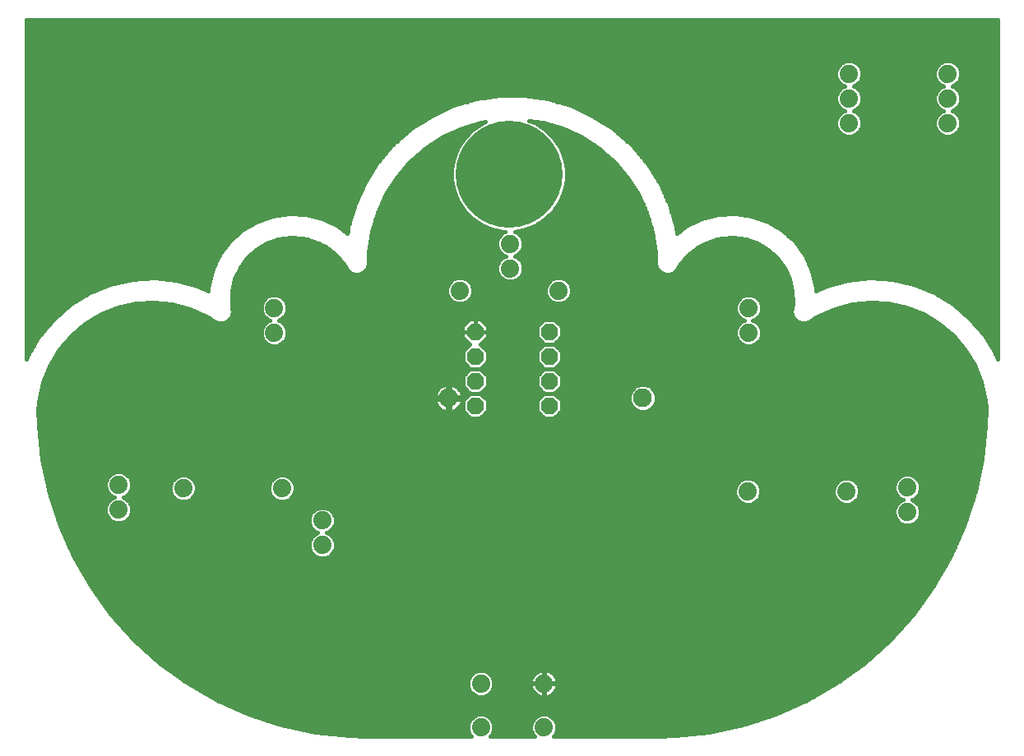
<source format=gtl>
G75*
%MOIN*%
%OFA0B0*%
%FSLAX25Y25*%
%IPPOS*%
%LPD*%
%AMOC8*
5,1,8,0,0,1.08239X$1,22.5*
%
%ADD10C,0.07677*%
%ADD11C,0.07400*%
%ADD12OC8,0.06800*%
%ADD13C,0.01600*%
%ADD14C,0.05906*%
%ADD15C,0.43370*%
D10*
X0178819Y0160709D03*
X0257559Y0160709D03*
D11*
X0300433Y0187205D03*
X0300433Y0197205D03*
X0223425Y0204291D03*
X0203819Y0213307D03*
X0203819Y0223307D03*
X0183425Y0204291D03*
X0108228Y0197205D03*
X0108228Y0187205D03*
X0111339Y0124016D03*
X0127677Y0110984D03*
X0127677Y0100984D03*
X0071339Y0124016D03*
X0045197Y0125354D03*
X0045197Y0115354D03*
X0191924Y0044924D03*
X0191924Y0027124D03*
X0217524Y0027124D03*
X0217524Y0044924D03*
X0300197Y0122874D03*
X0340197Y0122874D03*
X0364803Y0124370D03*
X0364803Y0114370D03*
X0381181Y0272205D03*
X0381181Y0282205D03*
X0381181Y0292205D03*
X0341181Y0292205D03*
X0341181Y0282205D03*
X0341181Y0272205D03*
D12*
X0219606Y0187598D03*
X0219606Y0177598D03*
X0219606Y0167598D03*
X0219606Y0157598D03*
X0189606Y0157598D03*
X0189606Y0167598D03*
X0189606Y0177598D03*
X0189606Y0187598D03*
D13*
X0061855Y0053218D02*
X0051509Y0062533D01*
X0042194Y0072878D01*
X0034012Y0084140D01*
X0027052Y0096196D01*
X0021389Y0108914D01*
X0017088Y0122153D01*
X0014193Y0135770D01*
X0012738Y0149614D01*
X0012560Y0156415D01*
X0012918Y0159975D01*
X0014542Y0167202D01*
X0017305Y0174075D01*
X0021134Y0180416D01*
X0025930Y0186060D01*
X0031570Y0190862D01*
X0037907Y0194697D01*
X0044778Y0197466D01*
X0052003Y0199096D01*
X0059397Y0199547D01*
X0066767Y0198806D01*
X0073922Y0196892D01*
X0080678Y0193855D01*
X0083820Y0191958D01*
X0084498Y0191477D01*
X0084579Y0191459D01*
X0084648Y0191413D01*
X0085507Y0191247D01*
X0086360Y0191053D01*
X0086442Y0191067D01*
X0086523Y0191051D01*
X0087380Y0191226D01*
X0088242Y0191373D01*
X0088312Y0191417D01*
X0088394Y0191434D01*
X0089118Y0191924D01*
X0089859Y0192389D01*
X0089907Y0192457D01*
X0089976Y0192503D01*
X0090458Y0193233D01*
X0090964Y0193947D01*
X0090982Y0194028D01*
X0091028Y0194097D01*
X0091194Y0194956D01*
X0091388Y0195809D01*
X0091374Y0195890D01*
X0091390Y0195972D01*
X0091224Y0196782D01*
X0090934Y0199216D01*
X0091088Y0204175D01*
X0092221Y0209006D01*
X0094289Y0213516D01*
X0097209Y0217527D01*
X0100867Y0220879D01*
X0105116Y0223441D01*
X0109789Y0225110D01*
X0114699Y0225819D01*
X0119653Y0225542D01*
X0124453Y0224289D01*
X0128911Y0222109D01*
X0132847Y0219090D01*
X0136108Y0215350D01*
X0137327Y0213436D01*
X0137545Y0212911D01*
X0137763Y0212693D01*
X0137915Y0212425D01*
X0138432Y0212024D01*
X0138895Y0211561D01*
X0139180Y0211443D01*
X0139423Y0211254D01*
X0140054Y0211080D01*
X0140659Y0210830D01*
X0140967Y0210830D01*
X0141265Y0210748D01*
X0141914Y0210830D01*
X0142569Y0210830D01*
X0142854Y0210948D01*
X0143159Y0210986D01*
X0143728Y0211310D01*
X0144333Y0211561D01*
X0144551Y0211779D01*
X0144819Y0211931D01*
X0145220Y0212448D01*
X0145683Y0212911D01*
X0145801Y0213196D01*
X0145990Y0213439D01*
X0146164Y0214070D01*
X0146414Y0214675D01*
X0146414Y0214983D01*
X0146496Y0215280D01*
X0146423Y0215863D01*
X0146562Y0219781D01*
X0147744Y0228000D01*
X0150083Y0235966D01*
X0153532Y0243518D01*
X0158021Y0250503D01*
X0163458Y0256778D01*
X0169733Y0262215D01*
X0176718Y0266704D01*
X0184270Y0270153D01*
X0192237Y0272492D01*
X0193841Y0272723D01*
X0192317Y0272092D01*
X0188503Y0269543D01*
X0185260Y0266300D01*
X0182712Y0262486D01*
X0180956Y0258249D01*
X0180061Y0253750D01*
X0180061Y0249163D01*
X0180956Y0244665D01*
X0182712Y0240427D01*
X0185260Y0236613D01*
X0188503Y0233370D01*
X0192317Y0230822D01*
X0196554Y0229066D01*
X0201053Y0228172D01*
X0201713Y0228172D01*
X0200817Y0227800D01*
X0199326Y0226309D01*
X0198519Y0224361D01*
X0198519Y0222253D01*
X0199326Y0220305D01*
X0200817Y0218814D01*
X0202040Y0218307D01*
X0200817Y0217800D01*
X0199326Y0216309D01*
X0198519Y0214361D01*
X0198519Y0212253D01*
X0199326Y0210305D01*
X0200817Y0208814D01*
X0202765Y0208007D01*
X0204873Y0208007D01*
X0206821Y0208814D01*
X0208312Y0210305D01*
X0209119Y0212253D01*
X0209119Y0214361D01*
X0208312Y0216309D01*
X0206821Y0217800D01*
X0205597Y0218307D01*
X0206821Y0218814D01*
X0208312Y0220305D01*
X0209119Y0222253D01*
X0209119Y0224361D01*
X0208312Y0226309D01*
X0206821Y0227800D01*
X0205832Y0228210D01*
X0210138Y0229066D01*
X0214376Y0230822D01*
X0218190Y0233370D01*
X0221433Y0236613D01*
X0223981Y0240427D01*
X0225737Y0244665D01*
X0226631Y0249163D01*
X0226631Y0253750D01*
X0225737Y0258249D01*
X0223981Y0262486D01*
X0221433Y0266300D01*
X0218190Y0269543D01*
X0214376Y0272092D01*
X0211513Y0273278D01*
X0216976Y0272492D01*
X0224942Y0270153D01*
X0232495Y0266704D01*
X0239480Y0262215D01*
X0245754Y0256778D01*
X0251191Y0250503D01*
X0255680Y0243518D01*
X0259129Y0235966D01*
X0261469Y0228000D01*
X0262650Y0219781D01*
X0262790Y0215863D01*
X0262717Y0215280D01*
X0262798Y0214983D01*
X0262798Y0214675D01*
X0263049Y0214070D01*
X0263222Y0213439D01*
X0263411Y0213196D01*
X0263529Y0212911D01*
X0263992Y0212448D01*
X0264394Y0211931D01*
X0264662Y0211779D01*
X0264879Y0211561D01*
X0265484Y0211310D01*
X0266053Y0210986D01*
X0266359Y0210948D01*
X0266644Y0210830D01*
X0267298Y0210830D01*
X0267948Y0210748D01*
X0268245Y0210830D01*
X0268553Y0210830D01*
X0269158Y0211080D01*
X0269789Y0211254D01*
X0270033Y0211443D01*
X0270317Y0211561D01*
X0270780Y0212024D01*
X0271297Y0212425D01*
X0271450Y0212693D01*
X0271668Y0212911D01*
X0271885Y0213436D01*
X0273105Y0215350D01*
X0276365Y0219090D01*
X0280302Y0222109D01*
X0284759Y0224289D01*
X0289560Y0225542D01*
X0294514Y0225819D01*
X0299424Y0225110D01*
X0304097Y0223441D01*
X0308346Y0220879D01*
X0312003Y0217527D01*
X0314924Y0213516D01*
X0316992Y0209006D01*
X0318125Y0204175D01*
X0318278Y0199216D01*
X0317988Y0196782D01*
X0317823Y0195972D01*
X0317838Y0195890D01*
X0317824Y0195809D01*
X0318019Y0194956D01*
X0318185Y0194097D01*
X0318231Y0194028D01*
X0318249Y0193947D01*
X0318755Y0193233D01*
X0319237Y0192503D01*
X0319306Y0192457D01*
X0319354Y0192389D01*
X0320094Y0191924D01*
X0320819Y0191434D01*
X0320900Y0191417D01*
X0320970Y0191373D01*
X0321833Y0191226D01*
X0322690Y0191051D01*
X0322771Y0191067D01*
X0322853Y0191053D01*
X0323706Y0191247D01*
X0324565Y0191413D01*
X0324634Y0191459D01*
X0324715Y0191477D01*
X0325392Y0191958D01*
X0328534Y0193855D01*
X0335290Y0196892D01*
X0342446Y0198806D01*
X0349816Y0199547D01*
X0357209Y0199096D01*
X0364435Y0197466D01*
X0371305Y0194697D01*
X0377642Y0190862D01*
X0383282Y0186060D01*
X0388079Y0180416D01*
X0391908Y0174075D01*
X0394670Y0167202D01*
X0396294Y0159975D01*
X0396653Y0156415D01*
X0396474Y0149614D01*
X0395019Y0135770D01*
X0392125Y0122153D01*
X0387823Y0108914D01*
X0382161Y0096196D01*
X0375201Y0084140D01*
X0367018Y0072878D01*
X0357703Y0062533D01*
X0347358Y0053218D01*
X0336096Y0045036D01*
X0324040Y0038075D01*
X0311323Y0032413D01*
X0298083Y0028111D01*
X0284466Y0025217D01*
X0270622Y0023762D01*
X0263661Y0023580D01*
X0221476Y0023580D01*
X0222018Y0024121D01*
X0222824Y0026069D01*
X0222824Y0028178D01*
X0222018Y0030126D01*
X0220527Y0031617D01*
X0218579Y0032424D01*
X0216470Y0032424D01*
X0214522Y0031617D01*
X0213031Y0030126D01*
X0212224Y0028178D01*
X0212224Y0026069D01*
X0213031Y0024121D01*
X0213573Y0023580D01*
X0195876Y0023580D01*
X0196418Y0024121D01*
X0197224Y0026069D01*
X0197224Y0028178D01*
X0196418Y0030126D01*
X0194927Y0031617D01*
X0192979Y0032424D01*
X0190870Y0032424D01*
X0188922Y0031617D01*
X0187431Y0030126D01*
X0186624Y0028178D01*
X0186624Y0026069D01*
X0187431Y0024121D01*
X0187973Y0023580D01*
X0145551Y0023580D01*
X0138591Y0023762D01*
X0124746Y0025217D01*
X0111129Y0028111D01*
X0097890Y0032413D01*
X0085173Y0038075D01*
X0073117Y0045036D01*
X0061855Y0053218D01*
X0061045Y0053947D02*
X0348167Y0053947D01*
X0347358Y0053218D02*
X0347358Y0053218D01*
X0346161Y0052348D02*
X0063052Y0052348D01*
X0065252Y0050750D02*
X0343961Y0050750D01*
X0341761Y0049151D02*
X0221063Y0049151D01*
X0221107Y0049119D02*
X0220407Y0049628D01*
X0219636Y0050021D01*
X0218812Y0050288D01*
X0217957Y0050424D01*
X0217724Y0050424D01*
X0217724Y0045124D01*
X0217324Y0045124D01*
X0217324Y0050424D01*
X0217092Y0050424D01*
X0216236Y0050288D01*
X0215413Y0050021D01*
X0214642Y0049628D01*
X0213941Y0049119D01*
X0213329Y0048507D01*
X0212820Y0047806D01*
X0212427Y0047035D01*
X0212160Y0046212D01*
X0212024Y0045356D01*
X0212024Y0045124D01*
X0217324Y0045124D01*
X0217324Y0044724D01*
X0212024Y0044724D01*
X0212024Y0044491D01*
X0212160Y0043636D01*
X0212427Y0042812D01*
X0212820Y0042041D01*
X0213329Y0041341D01*
X0213941Y0040728D01*
X0214642Y0040220D01*
X0215413Y0039827D01*
X0216236Y0039559D01*
X0217092Y0039424D01*
X0217324Y0039424D01*
X0217324Y0044724D01*
X0217724Y0044724D01*
X0217724Y0039424D01*
X0217957Y0039424D01*
X0218812Y0039559D01*
X0219636Y0039827D01*
X0220407Y0040220D01*
X0221107Y0040728D01*
X0221720Y0041341D01*
X0222228Y0042041D01*
X0222621Y0042812D01*
X0222889Y0043636D01*
X0223024Y0044491D01*
X0223024Y0044724D01*
X0217724Y0044724D01*
X0217724Y0045124D01*
X0223024Y0045124D01*
X0223024Y0045356D01*
X0222889Y0046212D01*
X0222621Y0047035D01*
X0222228Y0047806D01*
X0221720Y0048507D01*
X0221107Y0049119D01*
X0222358Y0047553D02*
X0339560Y0047553D01*
X0337360Y0045954D02*
X0222930Y0045954D01*
X0223003Y0044356D02*
X0334918Y0044356D01*
X0332150Y0042757D02*
X0222593Y0042757D01*
X0221538Y0041159D02*
X0329381Y0041159D01*
X0326612Y0039560D02*
X0218816Y0039560D01*
X0217724Y0039560D02*
X0217324Y0039560D01*
X0216233Y0039560D02*
X0082600Y0039560D01*
X0079832Y0041159D02*
X0188194Y0041159D01*
X0188922Y0040430D02*
X0187431Y0041921D01*
X0186624Y0043869D01*
X0186624Y0045978D01*
X0187431Y0047926D01*
X0188922Y0049417D01*
X0190870Y0050224D01*
X0192979Y0050224D01*
X0194927Y0049417D01*
X0196418Y0047926D01*
X0197224Y0045978D01*
X0197224Y0043869D01*
X0196418Y0041921D01*
X0194927Y0040430D01*
X0192979Y0039624D01*
X0190870Y0039624D01*
X0188922Y0040430D01*
X0187085Y0042757D02*
X0077063Y0042757D01*
X0074294Y0044356D02*
X0186624Y0044356D01*
X0186624Y0045954D02*
X0071852Y0045954D01*
X0069652Y0047553D02*
X0187277Y0047553D01*
X0188657Y0049151D02*
X0067452Y0049151D01*
X0059270Y0055545D02*
X0349943Y0055545D01*
X0351718Y0057144D02*
X0057495Y0057144D01*
X0055719Y0058742D02*
X0353493Y0058742D01*
X0355269Y0060341D02*
X0053944Y0060341D01*
X0052169Y0061939D02*
X0357044Y0061939D01*
X0358608Y0063538D02*
X0050604Y0063538D01*
X0049165Y0065136D02*
X0360047Y0065136D01*
X0361487Y0066735D02*
X0047726Y0066735D01*
X0046287Y0068333D02*
X0362926Y0068333D01*
X0364365Y0069932D02*
X0044847Y0069932D01*
X0043408Y0071530D02*
X0365805Y0071530D01*
X0367200Y0073129D02*
X0042012Y0073129D01*
X0040851Y0074727D02*
X0368362Y0074727D01*
X0369523Y0076326D02*
X0039689Y0076326D01*
X0038528Y0077924D02*
X0370685Y0077924D01*
X0371846Y0079523D02*
X0037367Y0079523D01*
X0036205Y0081121D02*
X0373007Y0081121D01*
X0374169Y0082720D02*
X0035044Y0082720D01*
X0033909Y0084318D02*
X0375303Y0084318D01*
X0376226Y0085917D02*
X0032986Y0085917D01*
X0032063Y0087516D02*
X0377149Y0087516D01*
X0378072Y0089114D02*
X0031140Y0089114D01*
X0030218Y0090713D02*
X0378995Y0090713D01*
X0379918Y0092311D02*
X0029295Y0092311D01*
X0028372Y0093910D02*
X0380841Y0093910D01*
X0381764Y0095508D02*
X0027449Y0095508D01*
X0026646Y0097107D02*
X0124059Y0097107D01*
X0124675Y0096491D02*
X0126623Y0095684D01*
X0128731Y0095684D01*
X0130679Y0096491D01*
X0132170Y0097982D01*
X0132977Y0099930D01*
X0132977Y0102038D01*
X0132170Y0103986D01*
X0130679Y0105477D01*
X0129456Y0105984D01*
X0130679Y0106491D01*
X0132170Y0107982D01*
X0132977Y0109930D01*
X0132977Y0112038D01*
X0132170Y0113986D01*
X0130679Y0115477D01*
X0128731Y0116284D01*
X0126623Y0116284D01*
X0124675Y0115477D01*
X0123184Y0113986D01*
X0122377Y0112038D01*
X0122377Y0109930D01*
X0123184Y0107982D01*
X0124675Y0106491D01*
X0125899Y0105984D01*
X0124675Y0105477D01*
X0123184Y0103986D01*
X0122377Y0102038D01*
X0122377Y0099930D01*
X0123184Y0097982D01*
X0124675Y0096491D01*
X0122885Y0098705D02*
X0025934Y0098705D01*
X0025223Y0100304D02*
X0122377Y0100304D01*
X0122377Y0101902D02*
X0024511Y0101902D01*
X0023799Y0103501D02*
X0122983Y0103501D01*
X0124297Y0105099D02*
X0023088Y0105099D01*
X0022376Y0106698D02*
X0124468Y0106698D01*
X0123054Y0108296D02*
X0021664Y0108296D01*
X0021071Y0109895D02*
X0122392Y0109895D01*
X0122377Y0111493D02*
X0048831Y0111493D01*
X0048199Y0110861D02*
X0049690Y0112352D01*
X0050497Y0114300D01*
X0050497Y0116409D01*
X0049690Y0118357D01*
X0048199Y0119847D01*
X0046975Y0120354D01*
X0048199Y0120861D01*
X0049690Y0122352D01*
X0050497Y0124300D01*
X0050497Y0126409D01*
X0049690Y0128357D01*
X0048199Y0129847D01*
X0046251Y0130654D01*
X0044143Y0130654D01*
X0042195Y0129847D01*
X0040704Y0128357D01*
X0039897Y0126409D01*
X0039897Y0124300D01*
X0040704Y0122352D01*
X0042195Y0120861D01*
X0043418Y0120354D01*
X0042195Y0119847D01*
X0040704Y0118357D01*
X0039897Y0116409D01*
X0039897Y0114300D01*
X0040704Y0112352D01*
X0042195Y0110861D01*
X0044143Y0110054D01*
X0046251Y0110054D01*
X0048199Y0110861D01*
X0049996Y0113092D02*
X0122813Y0113092D01*
X0123888Y0114690D02*
X0050497Y0114690D01*
X0050497Y0116289D02*
X0359861Y0116289D01*
X0359503Y0115424D02*
X0359503Y0113316D01*
X0360310Y0111368D01*
X0361801Y0109877D01*
X0363749Y0109070D01*
X0365857Y0109070D01*
X0367805Y0109877D01*
X0369296Y0111368D01*
X0370103Y0113316D01*
X0370103Y0115424D01*
X0369296Y0117372D01*
X0367805Y0118863D01*
X0366582Y0119370D01*
X0367805Y0119877D01*
X0369296Y0121368D01*
X0370103Y0123316D01*
X0370103Y0125424D01*
X0369296Y0127372D01*
X0367805Y0128863D01*
X0365857Y0129670D01*
X0363749Y0129670D01*
X0361801Y0128863D01*
X0360310Y0127372D01*
X0359503Y0125424D01*
X0359503Y0123316D01*
X0360310Y0121368D01*
X0361801Y0119877D01*
X0363025Y0119370D01*
X0361801Y0118863D01*
X0360310Y0117372D01*
X0359503Y0115424D01*
X0359503Y0114690D02*
X0131467Y0114690D01*
X0132541Y0113092D02*
X0359596Y0113092D01*
X0360258Y0111493D02*
X0132977Y0111493D01*
X0132963Y0109895D02*
X0361783Y0109895D01*
X0367823Y0109895D02*
X0388142Y0109895D01*
X0388661Y0111493D02*
X0369348Y0111493D01*
X0370010Y0113092D02*
X0389181Y0113092D01*
X0389700Y0114690D02*
X0370103Y0114690D01*
X0369745Y0116289D02*
X0390220Y0116289D01*
X0390739Y0117887D02*
X0368781Y0117887D01*
X0366861Y0119486D02*
X0391258Y0119486D01*
X0391778Y0121084D02*
X0369013Y0121084D01*
X0369841Y0122683D02*
X0392238Y0122683D01*
X0392577Y0124281D02*
X0370103Y0124281D01*
X0369914Y0125880D02*
X0392917Y0125880D01*
X0393257Y0127478D02*
X0369190Y0127478D01*
X0367290Y0129077D02*
X0393597Y0129077D01*
X0393936Y0130675D02*
X0015276Y0130675D01*
X0015616Y0129077D02*
X0041424Y0129077D01*
X0040340Y0127478D02*
X0015956Y0127478D01*
X0016295Y0125880D02*
X0039897Y0125880D01*
X0039905Y0124281D02*
X0016635Y0124281D01*
X0016975Y0122683D02*
X0040567Y0122683D01*
X0041972Y0121084D02*
X0017435Y0121084D01*
X0017954Y0119486D02*
X0041833Y0119486D01*
X0040509Y0117887D02*
X0018474Y0117887D01*
X0018993Y0116289D02*
X0039897Y0116289D01*
X0039897Y0114690D02*
X0019512Y0114690D01*
X0020032Y0113092D02*
X0040397Y0113092D01*
X0041563Y0111493D02*
X0020551Y0111493D01*
X0014936Y0132274D02*
X0394276Y0132274D01*
X0394616Y0133872D02*
X0014597Y0133872D01*
X0014257Y0135471D02*
X0394956Y0135471D01*
X0395156Y0137069D02*
X0014057Y0137069D01*
X0013889Y0138668D02*
X0395324Y0138668D01*
X0395492Y0140266D02*
X0013721Y0140266D01*
X0013553Y0141865D02*
X0395660Y0141865D01*
X0395828Y0143463D02*
X0013385Y0143463D01*
X0013217Y0145062D02*
X0395996Y0145062D01*
X0396164Y0146660D02*
X0013049Y0146660D01*
X0012881Y0148259D02*
X0396332Y0148259D01*
X0396481Y0149857D02*
X0012732Y0149857D01*
X0012690Y0151456D02*
X0396523Y0151456D01*
X0396565Y0153054D02*
X0222133Y0153054D01*
X0221677Y0152598D02*
X0224606Y0155527D01*
X0224606Y0159669D01*
X0221677Y0162598D01*
X0224606Y0165527D01*
X0224606Y0169669D01*
X0221677Y0172598D01*
X0224606Y0175527D01*
X0224606Y0179669D01*
X0221677Y0182598D01*
X0224606Y0185527D01*
X0224606Y0189669D01*
X0221677Y0192598D01*
X0217535Y0192598D01*
X0214606Y0189669D01*
X0214606Y0185527D01*
X0217535Y0182598D01*
X0214606Y0179669D01*
X0214606Y0175527D01*
X0217535Y0172598D01*
X0214606Y0169669D01*
X0214606Y0165527D01*
X0217535Y0162598D01*
X0214606Y0159669D01*
X0214606Y0155527D01*
X0217535Y0152598D01*
X0221677Y0152598D01*
X0223732Y0154653D02*
X0396606Y0154653D01*
X0396648Y0156252D02*
X0260793Y0156252D01*
X0260640Y0156098D02*
X0262170Y0157628D01*
X0262998Y0159627D01*
X0262998Y0161790D01*
X0262170Y0163789D01*
X0260640Y0165319D01*
X0258641Y0166147D01*
X0256477Y0166147D01*
X0254478Y0165319D01*
X0252948Y0163789D01*
X0252120Y0161790D01*
X0252120Y0159627D01*
X0252948Y0157628D01*
X0254478Y0156098D01*
X0256477Y0155270D01*
X0258641Y0155270D01*
X0260640Y0156098D01*
X0262262Y0157850D02*
X0396508Y0157850D01*
X0396347Y0159449D02*
X0262924Y0159449D01*
X0262998Y0161047D02*
X0396054Y0161047D01*
X0395694Y0162646D02*
X0262643Y0162646D01*
X0261715Y0164244D02*
X0395335Y0164244D01*
X0394976Y0165843D02*
X0259376Y0165843D01*
X0255742Y0165843D02*
X0224606Y0165843D01*
X0224606Y0167441D02*
X0394574Y0167441D01*
X0393932Y0169040D02*
X0224606Y0169040D01*
X0223638Y0170638D02*
X0393289Y0170638D01*
X0392647Y0172237D02*
X0222039Y0172237D01*
X0221677Y0172598D02*
X0217535Y0172598D01*
X0221677Y0172598D01*
X0222914Y0173835D02*
X0392004Y0173835D01*
X0391087Y0175434D02*
X0224513Y0175434D01*
X0224606Y0177032D02*
X0390122Y0177032D01*
X0389157Y0178631D02*
X0224606Y0178631D01*
X0224047Y0180229D02*
X0388191Y0180229D01*
X0386879Y0181828D02*
X0222448Y0181828D01*
X0221677Y0182598D02*
X0217535Y0182598D01*
X0221677Y0182598D01*
X0222505Y0183426D02*
X0296716Y0183426D01*
X0297431Y0182712D02*
X0295940Y0184203D01*
X0295133Y0186150D01*
X0295133Y0188259D01*
X0295940Y0190207D01*
X0297431Y0191698D01*
X0298655Y0192205D01*
X0297431Y0192712D01*
X0295940Y0194203D01*
X0295133Y0196150D01*
X0295133Y0198259D01*
X0295940Y0200207D01*
X0297431Y0201698D01*
X0299379Y0202505D01*
X0301487Y0202505D01*
X0303435Y0201698D01*
X0304926Y0200207D01*
X0305733Y0198259D01*
X0305733Y0196150D01*
X0304926Y0194203D01*
X0303435Y0192712D01*
X0302212Y0192205D01*
X0303435Y0191698D01*
X0304926Y0190207D01*
X0305733Y0188259D01*
X0305733Y0186150D01*
X0304926Y0184203D01*
X0303435Y0182712D01*
X0301487Y0181905D01*
X0299379Y0181905D01*
X0297431Y0182712D01*
X0295599Y0185025D02*
X0224104Y0185025D01*
X0224606Y0186623D02*
X0295133Y0186623D01*
X0295133Y0188222D02*
X0224606Y0188222D01*
X0224456Y0189820D02*
X0295780Y0189820D01*
X0297152Y0191419D02*
X0222857Y0191419D01*
X0216356Y0191419D02*
X0193140Y0191419D01*
X0191760Y0192798D02*
X0194806Y0189752D01*
X0194806Y0187598D01*
X0189606Y0187598D01*
X0184406Y0187598D01*
X0184406Y0185445D01*
X0187394Y0182457D01*
X0184606Y0179669D01*
X0184606Y0175527D01*
X0187535Y0172598D01*
X0184606Y0169669D01*
X0184606Y0165527D01*
X0187535Y0162598D01*
X0184606Y0159669D01*
X0184606Y0155527D01*
X0187535Y0152598D01*
X0191677Y0152598D01*
X0194606Y0155527D01*
X0194606Y0159669D01*
X0191677Y0162598D01*
X0194606Y0165527D01*
X0194606Y0169669D01*
X0191677Y0172598D01*
X0194606Y0175527D01*
X0194606Y0179669D01*
X0191819Y0182457D01*
X0194806Y0185445D01*
X0194806Y0187598D01*
X0189606Y0187598D01*
X0189606Y0187598D01*
X0184406Y0187598D01*
X0184406Y0189752D01*
X0187452Y0192798D01*
X0189606Y0192798D01*
X0189606Y0187599D01*
X0189606Y0187599D01*
X0189606Y0192798D01*
X0191760Y0192798D01*
X0189606Y0191419D02*
X0189606Y0191419D01*
X0189606Y0189820D02*
X0189606Y0189820D01*
X0189606Y0188222D02*
X0189606Y0188222D01*
X0189606Y0187598D02*
X0189606Y0187598D01*
X0186073Y0191419D02*
X0111510Y0191419D01*
X0111231Y0191698D02*
X0110007Y0192205D01*
X0111231Y0192712D01*
X0112721Y0194203D01*
X0113528Y0196150D01*
X0113528Y0198259D01*
X0112721Y0200207D01*
X0111231Y0201698D01*
X0109283Y0202505D01*
X0107174Y0202505D01*
X0105226Y0201698D01*
X0103735Y0200207D01*
X0102928Y0198259D01*
X0102928Y0196150D01*
X0103735Y0194203D01*
X0105226Y0192712D01*
X0106450Y0192205D01*
X0105226Y0191698D01*
X0103735Y0190207D01*
X0102928Y0188259D01*
X0102928Y0186150D01*
X0103735Y0184203D01*
X0105226Y0182712D01*
X0107174Y0181905D01*
X0109283Y0181905D01*
X0111231Y0182712D01*
X0112721Y0184203D01*
X0113528Y0186150D01*
X0113528Y0188259D01*
X0112721Y0190207D01*
X0111231Y0191698D01*
X0111536Y0193017D02*
X0297125Y0193017D01*
X0295769Y0194616D02*
X0112893Y0194616D01*
X0113528Y0196214D02*
X0295133Y0196214D01*
X0295133Y0197813D02*
X0113528Y0197813D01*
X0113051Y0199411D02*
X0181357Y0199411D01*
X0180423Y0199798D02*
X0182371Y0198991D01*
X0184479Y0198991D01*
X0186427Y0199798D01*
X0187918Y0201289D01*
X0188725Y0203237D01*
X0188725Y0205346D01*
X0187918Y0207294D01*
X0186427Y0208784D01*
X0184479Y0209591D01*
X0182371Y0209591D01*
X0180423Y0208784D01*
X0178932Y0207294D01*
X0178125Y0205346D01*
X0178125Y0203237D01*
X0178932Y0201289D01*
X0180423Y0199798D01*
X0179211Y0201010D02*
X0111919Y0201010D01*
X0104538Y0201010D02*
X0090990Y0201010D01*
X0091039Y0202608D02*
X0178386Y0202608D01*
X0178125Y0204207D02*
X0091095Y0204207D01*
X0091470Y0205805D02*
X0178316Y0205805D01*
X0179042Y0207404D02*
X0091845Y0207404D01*
X0092220Y0209002D02*
X0180949Y0209002D01*
X0185901Y0209002D02*
X0200628Y0209002D01*
X0199203Y0210601D02*
X0092952Y0210601D01*
X0093685Y0212199D02*
X0138206Y0212199D01*
X0137097Y0213798D02*
X0094494Y0213798D01*
X0095658Y0215396D02*
X0136067Y0215396D01*
X0134673Y0216995D02*
X0096822Y0216995D01*
X0098373Y0218593D02*
X0133280Y0218593D01*
X0131410Y0220192D02*
X0100117Y0220192D01*
X0102378Y0221790D02*
X0129326Y0221790D01*
X0126294Y0223389D02*
X0105030Y0223389D01*
X0109447Y0224987D02*
X0121778Y0224987D01*
X0121168Y0235196D02*
X0127851Y0233452D01*
X0127851Y0233452D01*
X0134057Y0230417D01*
X0137827Y0227525D01*
X0138194Y0230077D01*
X0138194Y0230077D01*
X0140926Y0239381D01*
X0140926Y0239381D01*
X0144955Y0248202D01*
X0144955Y0248202D01*
X0150197Y0256360D01*
X0150197Y0256360D01*
X0156548Y0263689D01*
X0156548Y0263689D01*
X0163876Y0270039D01*
X0163876Y0270039D01*
X0172034Y0275282D01*
X0172034Y0275282D01*
X0180855Y0279310D01*
X0180855Y0279310D01*
X0190159Y0282042D01*
X0190159Y0282042D01*
X0199758Y0283422D01*
X0209455Y0283422D01*
X0219053Y0282042D01*
X0228358Y0279310D01*
X0237179Y0275282D01*
X0245336Y0270039D01*
X0245336Y0270039D01*
X0252665Y0263689D01*
X0252665Y0263689D01*
X0259015Y0256360D01*
X0259015Y0256360D01*
X0264258Y0248202D01*
X0264258Y0248202D01*
X0268286Y0239381D01*
X0268286Y0239381D01*
X0271018Y0230077D01*
X0271018Y0230077D01*
X0271385Y0227525D01*
X0275156Y0230417D01*
X0275156Y0230417D01*
X0281361Y0233452D01*
X0281361Y0233452D01*
X0288045Y0235196D01*
X0288045Y0235196D01*
X0294942Y0235582D01*
X0294942Y0235582D01*
X0301778Y0234594D01*
X0308283Y0232271D01*
X0314199Y0228705D01*
X0314199Y0228705D01*
X0319291Y0224037D01*
X0323357Y0218453D01*
X0326236Y0212174D01*
X0326236Y0212174D01*
X0327814Y0205449D01*
X0327814Y0205449D01*
X0327851Y0204237D01*
X0332011Y0206107D01*
X0332011Y0206107D01*
X0340687Y0208428D01*
X0340687Y0208428D01*
X0349624Y0209326D01*
X0349624Y0209326D01*
X0358588Y0208780D01*
X0358588Y0208780D01*
X0367349Y0206802D01*
X0367349Y0206802D01*
X0375679Y0203445D01*
X0375679Y0203445D01*
X0383363Y0198795D01*
X0383363Y0198795D01*
X0390202Y0192973D01*
X0390202Y0192973D01*
X0390202Y0192973D01*
X0396018Y0186129D01*
X0396018Y0186129D01*
X0400660Y0178441D01*
X0400660Y0178441D01*
X0401457Y0176460D01*
X0401457Y0314055D01*
X0007756Y0314055D01*
X0007756Y0176460D01*
X0008552Y0178441D01*
X0008552Y0178441D01*
X0013195Y0186129D01*
X0013195Y0186129D01*
X0019011Y0192973D01*
X0019011Y0192973D01*
X0025849Y0198795D01*
X0025849Y0198795D01*
X0033533Y0203445D01*
X0033533Y0203445D01*
X0041864Y0206802D01*
X0050624Y0208780D01*
X0059589Y0209326D01*
X0068525Y0208428D01*
X0077202Y0206107D01*
X0081361Y0204237D01*
X0081399Y0205449D01*
X0081399Y0205449D01*
X0082977Y0212174D01*
X0082977Y0212174D01*
X0085855Y0218453D01*
X0085855Y0218453D01*
X0089922Y0224037D01*
X0089922Y0224037D01*
X0095013Y0228705D01*
X0095013Y0228705D01*
X0100929Y0232271D01*
X0100929Y0232271D01*
X0107434Y0234594D01*
X0107434Y0234594D01*
X0114271Y0235582D01*
X0114271Y0235582D01*
X0121168Y0235196D01*
X0121168Y0235196D01*
X0123534Y0234579D02*
X0139516Y0234579D01*
X0139985Y0236177D02*
X0007756Y0236177D01*
X0007756Y0234579D02*
X0107391Y0234579D01*
X0102915Y0232980D02*
X0007756Y0232980D01*
X0007756Y0231382D02*
X0099454Y0231382D01*
X0096802Y0229783D02*
X0007756Y0229783D01*
X0007756Y0228185D02*
X0094446Y0228185D01*
X0092702Y0226586D02*
X0007756Y0226586D01*
X0007756Y0224987D02*
X0090958Y0224987D01*
X0089922Y0224037D02*
X0089922Y0224037D01*
X0089450Y0223389D02*
X0007756Y0223389D01*
X0007756Y0221790D02*
X0088286Y0221790D01*
X0087122Y0220192D02*
X0007756Y0220192D01*
X0007756Y0218593D02*
X0085958Y0218593D01*
X0085187Y0216995D02*
X0007756Y0216995D01*
X0007756Y0215396D02*
X0084454Y0215396D01*
X0083721Y0213798D02*
X0007756Y0213798D01*
X0007756Y0212199D02*
X0082988Y0212199D01*
X0082607Y0210601D02*
X0007756Y0210601D01*
X0007756Y0209002D02*
X0054276Y0209002D01*
X0062809Y0209002D02*
X0082232Y0209002D01*
X0081857Y0207404D02*
X0072353Y0207404D01*
X0077873Y0205805D02*
X0081482Y0205805D01*
X0090940Y0199411D02*
X0103406Y0199411D01*
X0102928Y0197813D02*
X0091101Y0197813D01*
X0091340Y0196214D02*
X0102928Y0196214D01*
X0103564Y0194616D02*
X0091128Y0194616D01*
X0090315Y0193017D02*
X0104920Y0193017D01*
X0104947Y0191419D02*
X0088320Y0191419D01*
X0084640Y0191419D02*
X0032490Y0191419D01*
X0030347Y0189820D02*
X0103575Y0189820D01*
X0102928Y0188222D02*
X0028469Y0188222D01*
X0026592Y0186623D02*
X0102928Y0186623D01*
X0103395Y0185025D02*
X0025050Y0185025D01*
X0023692Y0183426D02*
X0104512Y0183426D01*
X0111945Y0183426D02*
X0186425Y0183426D01*
X0186765Y0181828D02*
X0022334Y0181828D01*
X0021021Y0180229D02*
X0185166Y0180229D01*
X0184606Y0178631D02*
X0020056Y0178631D01*
X0019090Y0177032D02*
X0184606Y0177032D01*
X0184700Y0175434D02*
X0018125Y0175434D01*
X0017208Y0173835D02*
X0186299Y0173835D01*
X0187535Y0172598D02*
X0191677Y0172598D01*
X0187535Y0172598D01*
X0187173Y0172237D02*
X0016566Y0172237D01*
X0015923Y0170638D02*
X0185575Y0170638D01*
X0184606Y0169040D02*
X0015281Y0169040D01*
X0014638Y0167441D02*
X0184606Y0167441D01*
X0184606Y0165843D02*
X0181163Y0165843D01*
X0180983Y0165934D02*
X0180139Y0166208D01*
X0179298Y0166342D01*
X0179298Y0161188D01*
X0178339Y0161188D01*
X0178339Y0160229D01*
X0173186Y0160229D01*
X0173319Y0159388D01*
X0173593Y0158544D01*
X0173996Y0157753D01*
X0174518Y0157035D01*
X0175146Y0156408D01*
X0175864Y0155886D01*
X0176654Y0155483D01*
X0177499Y0155209D01*
X0178339Y0155076D01*
X0178339Y0160229D01*
X0179298Y0160229D01*
X0179298Y0155076D01*
X0180139Y0155209D01*
X0180983Y0155483D01*
X0181774Y0155886D01*
X0182492Y0156408D01*
X0183120Y0157035D01*
X0183641Y0157753D01*
X0184044Y0158544D01*
X0184319Y0159388D01*
X0184452Y0160229D01*
X0179298Y0160229D01*
X0179298Y0161188D01*
X0184452Y0161188D01*
X0184319Y0162029D01*
X0184044Y0162873D01*
X0183641Y0163664D01*
X0183120Y0164382D01*
X0182492Y0165010D01*
X0181774Y0165531D01*
X0180983Y0165934D01*
X0179298Y0165843D02*
X0178339Y0165843D01*
X0178339Y0166342D02*
X0177499Y0166208D01*
X0176654Y0165934D01*
X0175864Y0165531D01*
X0175146Y0165010D01*
X0174518Y0164382D01*
X0173996Y0163664D01*
X0173593Y0162873D01*
X0173319Y0162029D01*
X0173186Y0161188D01*
X0178339Y0161188D01*
X0178339Y0166342D01*
X0176475Y0165843D02*
X0014237Y0165843D01*
X0013877Y0164244D02*
X0174418Y0164244D01*
X0173519Y0162646D02*
X0013518Y0162646D01*
X0013159Y0161047D02*
X0178339Y0161047D01*
X0179298Y0161047D02*
X0185984Y0161047D01*
X0184606Y0159449D02*
X0184328Y0159449D01*
X0184606Y0157850D02*
X0183691Y0157850D01*
X0184606Y0156252D02*
X0182277Y0156252D01*
X0179298Y0156252D02*
X0178339Y0156252D01*
X0178339Y0157850D02*
X0179298Y0157850D01*
X0179298Y0159449D02*
X0178339Y0159449D01*
X0178339Y0162646D02*
X0179298Y0162646D01*
X0179298Y0164244D02*
X0178339Y0164244D01*
X0183220Y0164244D02*
X0185890Y0164244D01*
X0187488Y0162646D02*
X0184118Y0162646D01*
X0187535Y0162598D02*
X0191677Y0162598D01*
X0187535Y0162598D01*
X0191724Y0162646D02*
X0217488Y0162646D01*
X0217535Y0162598D02*
X0221677Y0162598D01*
X0217535Y0162598D01*
X0215984Y0161047D02*
X0193229Y0161047D01*
X0194606Y0159449D02*
X0214606Y0159449D01*
X0214606Y0157850D02*
X0194606Y0157850D01*
X0194606Y0156252D02*
X0214606Y0156252D01*
X0215481Y0154653D02*
X0193732Y0154653D01*
X0192133Y0153054D02*
X0217079Y0153054D01*
X0224606Y0156252D02*
X0254325Y0156252D01*
X0252856Y0157850D02*
X0224606Y0157850D01*
X0224606Y0159449D02*
X0252194Y0159449D01*
X0252120Y0161047D02*
X0223229Y0161047D01*
X0221724Y0162646D02*
X0252475Y0162646D01*
X0253403Y0164244D02*
X0223323Y0164244D01*
X0215890Y0164244D02*
X0193323Y0164244D01*
X0194606Y0165843D02*
X0214606Y0165843D01*
X0214606Y0167441D02*
X0194606Y0167441D01*
X0194606Y0169040D02*
X0214606Y0169040D01*
X0215575Y0170638D02*
X0193638Y0170638D01*
X0192039Y0172237D02*
X0217173Y0172237D01*
X0216299Y0173835D02*
X0192914Y0173835D01*
X0194513Y0175434D02*
X0214700Y0175434D01*
X0214606Y0177032D02*
X0194606Y0177032D01*
X0194606Y0178631D02*
X0214606Y0178631D01*
X0215166Y0180229D02*
X0194047Y0180229D01*
X0192448Y0181828D02*
X0216765Y0181828D01*
X0216707Y0183426D02*
X0192788Y0183426D01*
X0194386Y0185025D02*
X0215109Y0185025D01*
X0214606Y0186623D02*
X0194806Y0186623D01*
X0194806Y0188222D02*
X0214606Y0188222D01*
X0214757Y0189820D02*
X0194738Y0189820D01*
X0184474Y0189820D02*
X0112882Y0189820D01*
X0113528Y0188222D02*
X0184406Y0188222D01*
X0184406Y0186623D02*
X0113528Y0186623D01*
X0113062Y0185025D02*
X0184826Y0185025D01*
X0185493Y0199411D02*
X0221357Y0199411D01*
X0220423Y0199798D02*
X0222371Y0198991D01*
X0224479Y0198991D01*
X0226427Y0199798D01*
X0227918Y0201289D01*
X0228725Y0203237D01*
X0228725Y0205346D01*
X0227918Y0207294D01*
X0226427Y0208784D01*
X0224479Y0209591D01*
X0222371Y0209591D01*
X0220423Y0208784D01*
X0218932Y0207294D01*
X0218125Y0205346D01*
X0218125Y0203237D01*
X0218932Y0201289D01*
X0220423Y0199798D01*
X0219211Y0201010D02*
X0187639Y0201010D01*
X0188465Y0202608D02*
X0218386Y0202608D01*
X0218125Y0204207D02*
X0188725Y0204207D01*
X0188535Y0205805D02*
X0218316Y0205805D01*
X0219042Y0207404D02*
X0187808Y0207404D01*
X0198541Y0212199D02*
X0145027Y0212199D01*
X0146089Y0213798D02*
X0198519Y0213798D01*
X0198948Y0215396D02*
X0146481Y0215396D01*
X0146463Y0216995D02*
X0200011Y0216995D01*
X0201349Y0218593D02*
X0146520Y0218593D01*
X0146621Y0220192D02*
X0199439Y0220192D01*
X0198710Y0221790D02*
X0146851Y0221790D01*
X0147081Y0223389D02*
X0198519Y0223389D01*
X0198778Y0224987D02*
X0147311Y0224987D01*
X0147541Y0226586D02*
X0199602Y0226586D01*
X0200988Y0228185D02*
X0147798Y0228185D01*
X0148268Y0229783D02*
X0194825Y0229783D01*
X0191479Y0231382D02*
X0148737Y0231382D01*
X0149206Y0232980D02*
X0189087Y0232980D01*
X0187295Y0234579D02*
X0149676Y0234579D01*
X0150180Y0236177D02*
X0185696Y0236177D01*
X0184483Y0237776D02*
X0150910Y0237776D01*
X0151640Y0239374D02*
X0183415Y0239374D01*
X0182486Y0240973D02*
X0152370Y0240973D01*
X0153100Y0242571D02*
X0181823Y0242571D01*
X0181161Y0244170D02*
X0153951Y0244170D01*
X0154978Y0245768D02*
X0180737Y0245768D01*
X0180419Y0247367D02*
X0156005Y0247367D01*
X0157033Y0248965D02*
X0180101Y0248965D01*
X0180061Y0250564D02*
X0158074Y0250564D01*
X0159459Y0252162D02*
X0180061Y0252162D01*
X0180064Y0253761D02*
X0160844Y0253761D01*
X0162229Y0255359D02*
X0180381Y0255359D01*
X0180699Y0256958D02*
X0163666Y0256958D01*
X0165510Y0258556D02*
X0181084Y0258556D01*
X0181746Y0260155D02*
X0167355Y0260155D01*
X0169200Y0261753D02*
X0182408Y0261753D01*
X0183290Y0263352D02*
X0171502Y0263352D01*
X0173989Y0264950D02*
X0184358Y0264950D01*
X0185509Y0266549D02*
X0176476Y0266549D01*
X0179878Y0268147D02*
X0187107Y0268147D01*
X0188806Y0269746D02*
X0183379Y0269746D01*
X0188327Y0271344D02*
X0191198Y0271344D01*
X0186391Y0280935D02*
X0007756Y0280935D01*
X0007756Y0279337D02*
X0180946Y0279337D01*
X0177414Y0277738D02*
X0007756Y0277738D01*
X0007756Y0276140D02*
X0173913Y0276140D01*
X0170882Y0274541D02*
X0007756Y0274541D01*
X0007756Y0272943D02*
X0168395Y0272943D01*
X0165907Y0271344D02*
X0007756Y0271344D01*
X0007756Y0269746D02*
X0163538Y0269746D01*
X0161693Y0268147D02*
X0007756Y0268147D01*
X0007756Y0266549D02*
X0159848Y0266549D01*
X0158004Y0264950D02*
X0007756Y0264950D01*
X0007756Y0263352D02*
X0156256Y0263352D01*
X0154871Y0261753D02*
X0007756Y0261753D01*
X0007756Y0260155D02*
X0153485Y0260155D01*
X0152100Y0258556D02*
X0007756Y0258556D01*
X0007756Y0256958D02*
X0150715Y0256958D01*
X0149554Y0255359D02*
X0007756Y0255359D01*
X0007756Y0253761D02*
X0148527Y0253761D01*
X0147500Y0252162D02*
X0007756Y0252162D01*
X0007756Y0250564D02*
X0146472Y0250564D01*
X0145445Y0248965D02*
X0007756Y0248965D01*
X0007756Y0247367D02*
X0144573Y0247367D01*
X0143843Y0245768D02*
X0007756Y0245768D01*
X0007756Y0244170D02*
X0143113Y0244170D01*
X0142383Y0242571D02*
X0007756Y0242571D01*
X0007756Y0240973D02*
X0141653Y0240973D01*
X0140924Y0239374D02*
X0007756Y0239374D01*
X0007756Y0237776D02*
X0140455Y0237776D01*
X0139047Y0232980D02*
X0128815Y0232980D01*
X0132084Y0231382D02*
X0138577Y0231382D01*
X0138152Y0229783D02*
X0134883Y0229783D01*
X0134057Y0230417D02*
X0134057Y0230417D01*
X0136967Y0228185D02*
X0137922Y0228185D01*
X0082066Y0193017D02*
X0035132Y0193017D01*
X0037773Y0194616D02*
X0078987Y0194616D01*
X0075430Y0196214D02*
X0041673Y0196214D01*
X0046316Y0197813D02*
X0070480Y0197813D01*
X0060748Y0199411D02*
X0057168Y0199411D01*
X0044528Y0207404D02*
X0007756Y0207404D01*
X0007756Y0205805D02*
X0039389Y0205805D01*
X0035423Y0204207D02*
X0007756Y0204207D01*
X0007756Y0202608D02*
X0032150Y0202608D01*
X0029509Y0201010D02*
X0007756Y0201010D01*
X0007756Y0199411D02*
X0026867Y0199411D01*
X0024695Y0197813D02*
X0007756Y0197813D01*
X0007756Y0196214D02*
X0022818Y0196214D01*
X0020940Y0194616D02*
X0007756Y0194616D01*
X0007756Y0193017D02*
X0019063Y0193017D01*
X0017690Y0191419D02*
X0007756Y0191419D01*
X0007756Y0189820D02*
X0016332Y0189820D01*
X0014973Y0188222D02*
X0007756Y0188222D01*
X0007756Y0186623D02*
X0013615Y0186623D01*
X0012528Y0185025D02*
X0007756Y0185025D01*
X0007756Y0183426D02*
X0011563Y0183426D01*
X0010597Y0181828D02*
X0007756Y0181828D01*
X0007756Y0180229D02*
X0009632Y0180229D01*
X0008667Y0178631D02*
X0007756Y0178631D01*
X0007756Y0177032D02*
X0007986Y0177032D01*
X0012865Y0159449D02*
X0173310Y0159449D01*
X0173947Y0157850D02*
X0012704Y0157850D01*
X0012564Y0156252D02*
X0175361Y0156252D01*
X0185481Y0154653D02*
X0012606Y0154653D01*
X0012648Y0153054D02*
X0187079Y0153054D01*
X0132300Y0108296D02*
X0387548Y0108296D01*
X0386837Y0106698D02*
X0130886Y0106698D01*
X0131058Y0105099D02*
X0386125Y0105099D01*
X0385413Y0103501D02*
X0132372Y0103501D01*
X0132977Y0101902D02*
X0384702Y0101902D01*
X0383990Y0100304D02*
X0132977Y0100304D01*
X0132470Y0098705D02*
X0383278Y0098705D01*
X0382566Y0097107D02*
X0131295Y0097107D01*
X0114341Y0119523D02*
X0112393Y0118716D01*
X0110284Y0118716D01*
X0108336Y0119523D01*
X0106845Y0121014D01*
X0106039Y0122962D01*
X0106039Y0125070D01*
X0106845Y0127018D01*
X0108336Y0128509D01*
X0110284Y0129316D01*
X0112393Y0129316D01*
X0114341Y0128509D01*
X0115832Y0127018D01*
X0116639Y0125070D01*
X0116639Y0122962D01*
X0115832Y0121014D01*
X0114341Y0119523D01*
X0114252Y0119486D02*
X0296090Y0119486D01*
X0295704Y0119872D02*
X0297195Y0118381D01*
X0299143Y0117574D01*
X0301251Y0117574D01*
X0303199Y0118381D01*
X0304690Y0119872D01*
X0305497Y0121820D01*
X0305497Y0123928D01*
X0304690Y0125876D01*
X0303199Y0127367D01*
X0301251Y0128174D01*
X0299143Y0128174D01*
X0297195Y0127367D01*
X0295704Y0125876D01*
X0294897Y0123928D01*
X0294897Y0121820D01*
X0295704Y0119872D01*
X0295202Y0121084D02*
X0115861Y0121084D01*
X0116523Y0122683D02*
X0294897Y0122683D01*
X0295043Y0124281D02*
X0116639Y0124281D01*
X0116303Y0125880D02*
X0295707Y0125880D01*
X0297463Y0127478D02*
X0115371Y0127478D01*
X0112970Y0129077D02*
X0362317Y0129077D01*
X0360416Y0127478D02*
X0342931Y0127478D01*
X0343199Y0127367D02*
X0341251Y0128174D01*
X0339143Y0128174D01*
X0337195Y0127367D01*
X0335704Y0125876D01*
X0334897Y0123928D01*
X0334897Y0121820D01*
X0335704Y0119872D01*
X0337195Y0118381D01*
X0339143Y0117574D01*
X0341251Y0117574D01*
X0343199Y0118381D01*
X0344690Y0119872D01*
X0345497Y0121820D01*
X0345497Y0123928D01*
X0344690Y0125876D01*
X0343199Y0127367D01*
X0344686Y0125880D02*
X0359692Y0125880D01*
X0359503Y0124281D02*
X0345351Y0124281D01*
X0345497Y0122683D02*
X0359765Y0122683D01*
X0360594Y0121084D02*
X0345192Y0121084D01*
X0344304Y0119486D02*
X0362745Y0119486D01*
X0360825Y0117887D02*
X0342007Y0117887D01*
X0338386Y0117887D02*
X0302007Y0117887D01*
X0304304Y0119486D02*
X0336090Y0119486D01*
X0335202Y0121084D02*
X0305192Y0121084D01*
X0305497Y0122683D02*
X0334897Y0122683D01*
X0335043Y0124281D02*
X0305351Y0124281D01*
X0304686Y0125880D02*
X0335707Y0125880D01*
X0337463Y0127478D02*
X0302931Y0127478D01*
X0298386Y0117887D02*
X0049884Y0117887D01*
X0048561Y0119486D02*
X0068425Y0119486D01*
X0068336Y0119523D02*
X0070284Y0118716D01*
X0072393Y0118716D01*
X0074341Y0119523D01*
X0075832Y0121014D01*
X0076639Y0122962D01*
X0076639Y0125070D01*
X0075832Y0127018D01*
X0074341Y0128509D01*
X0072393Y0129316D01*
X0070284Y0129316D01*
X0068336Y0128509D01*
X0066845Y0127018D01*
X0066039Y0125070D01*
X0066039Y0122962D01*
X0066845Y0121014D01*
X0068336Y0119523D01*
X0066816Y0121084D02*
X0048422Y0121084D01*
X0049827Y0122683D02*
X0066154Y0122683D01*
X0066039Y0124281D02*
X0050489Y0124281D01*
X0050497Y0125880D02*
X0066374Y0125880D01*
X0067306Y0127478D02*
X0050054Y0127478D01*
X0048970Y0129077D02*
X0069708Y0129077D01*
X0072970Y0129077D02*
X0109708Y0129077D01*
X0107306Y0127478D02*
X0075371Y0127478D01*
X0076303Y0125880D02*
X0106374Y0125880D01*
X0106039Y0124281D02*
X0076639Y0124281D01*
X0076523Y0122683D02*
X0106154Y0122683D01*
X0106816Y0121084D02*
X0075861Y0121084D01*
X0074252Y0119486D02*
X0108425Y0119486D01*
X0195192Y0049151D02*
X0213986Y0049151D01*
X0212691Y0047553D02*
X0196572Y0047553D01*
X0197224Y0045954D02*
X0212119Y0045954D01*
X0212046Y0044356D02*
X0197224Y0044356D01*
X0196764Y0042757D02*
X0212455Y0042757D01*
X0213511Y0041159D02*
X0195655Y0041159D01*
X0194976Y0031568D02*
X0214473Y0031568D01*
X0212966Y0029969D02*
X0196482Y0029969D01*
X0197145Y0028371D02*
X0212304Y0028371D01*
X0212224Y0026772D02*
X0197224Y0026772D01*
X0196853Y0025174D02*
X0212595Y0025174D01*
X0220576Y0031568D02*
X0308721Y0031568D01*
X0313014Y0033166D02*
X0096198Y0033166D01*
X0092608Y0034765D02*
X0316605Y0034765D01*
X0320195Y0036363D02*
X0089018Y0036363D01*
X0085427Y0037962D02*
X0323785Y0037962D01*
X0303801Y0029969D02*
X0222082Y0029969D01*
X0222745Y0028371D02*
X0298881Y0028371D01*
X0291783Y0026772D02*
X0222824Y0026772D01*
X0222453Y0025174D02*
X0284054Y0025174D01*
X0217724Y0041159D02*
X0217324Y0041159D01*
X0217324Y0042757D02*
X0217724Y0042757D01*
X0217724Y0044356D02*
X0217324Y0044356D01*
X0217324Y0045954D02*
X0217724Y0045954D01*
X0217724Y0047553D02*
X0217324Y0047553D01*
X0217324Y0049151D02*
X0217724Y0049151D01*
X0188873Y0031568D02*
X0100492Y0031568D01*
X0105411Y0029969D02*
X0187366Y0029969D01*
X0186704Y0028371D02*
X0110331Y0028371D01*
X0117430Y0026772D02*
X0186624Y0026772D01*
X0186995Y0025174D02*
X0125158Y0025174D01*
X0304150Y0183426D02*
X0385521Y0183426D01*
X0384162Y0185025D02*
X0305267Y0185025D01*
X0305733Y0186623D02*
X0382621Y0186623D01*
X0380743Y0188222D02*
X0305733Y0188222D01*
X0305086Y0189820D02*
X0378866Y0189820D01*
X0376722Y0191419D02*
X0324573Y0191419D01*
X0327146Y0193017D02*
X0374081Y0193017D01*
X0371439Y0194616D02*
X0330226Y0194616D01*
X0333782Y0196214D02*
X0367540Y0196214D01*
X0362897Y0197813D02*
X0338732Y0197813D01*
X0336860Y0207404D02*
X0327355Y0207404D01*
X0326980Y0209002D02*
X0346403Y0209002D01*
X0354936Y0209002D02*
X0401457Y0209002D01*
X0401457Y0207404D02*
X0364684Y0207404D01*
X0369823Y0205805D02*
X0401457Y0205805D01*
X0401457Y0204207D02*
X0373790Y0204207D01*
X0377062Y0202608D02*
X0401457Y0202608D01*
X0401457Y0201010D02*
X0379704Y0201010D01*
X0382345Y0199411D02*
X0401457Y0199411D01*
X0401457Y0197813D02*
X0384517Y0197813D01*
X0386395Y0196214D02*
X0401457Y0196214D01*
X0401457Y0194616D02*
X0388272Y0194616D01*
X0390150Y0193017D02*
X0401457Y0193017D01*
X0401457Y0191419D02*
X0391522Y0191419D01*
X0392881Y0189820D02*
X0401457Y0189820D01*
X0401457Y0188222D02*
X0394239Y0188222D01*
X0395598Y0186623D02*
X0401457Y0186623D01*
X0401457Y0185025D02*
X0396685Y0185025D01*
X0397650Y0183426D02*
X0401457Y0183426D01*
X0401457Y0181828D02*
X0398615Y0181828D01*
X0399581Y0180229D02*
X0401457Y0180229D01*
X0401457Y0178631D02*
X0400546Y0178631D01*
X0401227Y0177032D02*
X0401457Y0177032D01*
X0401457Y0210601D02*
X0326605Y0210601D01*
X0326224Y0212199D02*
X0401457Y0212199D01*
X0401457Y0213798D02*
X0325491Y0213798D01*
X0324759Y0215396D02*
X0401457Y0215396D01*
X0401457Y0216995D02*
X0324026Y0216995D01*
X0323255Y0218593D02*
X0401457Y0218593D01*
X0401457Y0220192D02*
X0322091Y0220192D01*
X0320927Y0221790D02*
X0401457Y0221790D01*
X0401457Y0223389D02*
X0319763Y0223389D01*
X0318254Y0224987D02*
X0401457Y0224987D01*
X0401457Y0226586D02*
X0316510Y0226586D01*
X0314767Y0228185D02*
X0401457Y0228185D01*
X0401457Y0229783D02*
X0312410Y0229783D01*
X0309759Y0231382D02*
X0401457Y0231382D01*
X0401457Y0232980D02*
X0306298Y0232980D01*
X0301822Y0234579D02*
X0401457Y0234579D01*
X0401457Y0236177D02*
X0269227Y0236177D01*
X0269697Y0234579D02*
X0285678Y0234579D01*
X0280397Y0232980D02*
X0270166Y0232980D01*
X0270635Y0231382D02*
X0277129Y0231382D01*
X0274330Y0229783D02*
X0271061Y0229783D01*
X0271290Y0228185D02*
X0272246Y0228185D01*
X0279887Y0221790D02*
X0306834Y0221790D01*
X0309096Y0220192D02*
X0277802Y0220192D01*
X0275933Y0218593D02*
X0310839Y0218593D01*
X0312003Y0217527D02*
X0312003Y0217527D01*
X0312390Y0216995D02*
X0274539Y0216995D01*
X0273145Y0215396D02*
X0313554Y0215396D01*
X0314718Y0213798D02*
X0272116Y0213798D01*
X0271007Y0212199D02*
X0315527Y0212199D01*
X0316260Y0210601D02*
X0208435Y0210601D01*
X0209097Y0212199D02*
X0264185Y0212199D01*
X0263124Y0213798D02*
X0209119Y0213798D01*
X0208690Y0215396D02*
X0262731Y0215396D01*
X0262750Y0216995D02*
X0207626Y0216995D01*
X0206289Y0218593D02*
X0262693Y0218593D01*
X0262591Y0220192D02*
X0208199Y0220192D01*
X0208927Y0221790D02*
X0262361Y0221790D01*
X0262131Y0223389D02*
X0209119Y0223389D01*
X0208860Y0224987D02*
X0261902Y0224987D01*
X0261672Y0226586D02*
X0208035Y0226586D01*
X0205893Y0228185D02*
X0261414Y0228185D01*
X0260945Y0229783D02*
X0211868Y0229783D01*
X0215214Y0231382D02*
X0260476Y0231382D01*
X0260006Y0232980D02*
X0217606Y0232980D01*
X0219398Y0234579D02*
X0259537Y0234579D01*
X0259033Y0236177D02*
X0220997Y0236177D01*
X0222210Y0237776D02*
X0258303Y0237776D01*
X0257573Y0239374D02*
X0223278Y0239374D01*
X0224207Y0240973D02*
X0256843Y0240973D01*
X0256113Y0242571D02*
X0224869Y0242571D01*
X0225532Y0244170D02*
X0255262Y0244170D01*
X0254235Y0245768D02*
X0225956Y0245768D01*
X0226274Y0247367D02*
X0253207Y0247367D01*
X0252180Y0248965D02*
X0226592Y0248965D01*
X0226631Y0250564D02*
X0251139Y0250564D01*
X0249754Y0252162D02*
X0226631Y0252162D01*
X0226629Y0253761D02*
X0248369Y0253761D01*
X0246984Y0255359D02*
X0226311Y0255359D01*
X0225993Y0256958D02*
X0245547Y0256958D01*
X0243702Y0258556D02*
X0225609Y0258556D01*
X0224947Y0260155D02*
X0241857Y0260155D01*
X0240013Y0261753D02*
X0224285Y0261753D01*
X0223403Y0263352D02*
X0237711Y0263352D01*
X0235224Y0264950D02*
X0222335Y0264950D01*
X0221184Y0266549D02*
X0232736Y0266549D01*
X0229334Y0268147D02*
X0219586Y0268147D01*
X0217887Y0269746D02*
X0225834Y0269746D01*
X0220885Y0271344D02*
X0215494Y0271344D01*
X0213842Y0272943D02*
X0212321Y0272943D01*
X0215632Y0282534D02*
X0335881Y0282534D01*
X0335881Y0283259D02*
X0335881Y0281150D01*
X0336688Y0279203D01*
X0338179Y0277712D01*
X0339403Y0277205D01*
X0338179Y0276698D01*
X0336688Y0275207D01*
X0335881Y0273259D01*
X0335881Y0271150D01*
X0336688Y0269203D01*
X0338179Y0267712D01*
X0340127Y0266905D01*
X0342235Y0266905D01*
X0344183Y0267712D01*
X0345674Y0269203D01*
X0346481Y0271150D01*
X0346481Y0273259D01*
X0345674Y0275207D01*
X0344183Y0276698D01*
X0342960Y0277205D01*
X0344183Y0277712D01*
X0345674Y0279203D01*
X0346481Y0281150D01*
X0346481Y0283259D01*
X0345674Y0285207D01*
X0344183Y0286698D01*
X0342960Y0287205D01*
X0344183Y0287712D01*
X0345674Y0289203D01*
X0346481Y0291150D01*
X0346481Y0293259D01*
X0345674Y0295207D01*
X0344183Y0296698D01*
X0342235Y0297505D01*
X0340127Y0297505D01*
X0338179Y0296698D01*
X0336688Y0295207D01*
X0335881Y0293259D01*
X0335881Y0291150D01*
X0336688Y0289203D01*
X0338179Y0287712D01*
X0339403Y0287205D01*
X0338179Y0286698D01*
X0336688Y0285207D01*
X0335881Y0283259D01*
X0336243Y0284132D02*
X0007756Y0284132D01*
X0007756Y0282534D02*
X0193581Y0282534D01*
X0222822Y0280935D02*
X0335970Y0280935D01*
X0336632Y0279337D02*
X0228266Y0279337D01*
X0231799Y0277738D02*
X0338152Y0277738D01*
X0337621Y0276140D02*
X0235299Y0276140D01*
X0238330Y0274541D02*
X0336412Y0274541D01*
X0335881Y0272943D02*
X0240818Y0272943D01*
X0243305Y0271344D02*
X0335881Y0271344D01*
X0336463Y0269746D02*
X0245675Y0269746D01*
X0247519Y0268147D02*
X0337743Y0268147D01*
X0344619Y0268147D02*
X0377743Y0268147D01*
X0378179Y0267712D02*
X0380127Y0266905D01*
X0382235Y0266905D01*
X0384183Y0267712D01*
X0385674Y0269203D01*
X0386481Y0271150D01*
X0386481Y0273259D01*
X0385674Y0275207D01*
X0384183Y0276698D01*
X0382960Y0277205D01*
X0384183Y0277712D01*
X0385674Y0279203D01*
X0386481Y0281150D01*
X0386481Y0283259D01*
X0385674Y0285207D01*
X0384183Y0286698D01*
X0382960Y0287205D01*
X0384183Y0287712D01*
X0385674Y0289203D01*
X0386481Y0291150D01*
X0386481Y0293259D01*
X0385674Y0295207D01*
X0384183Y0296698D01*
X0382235Y0297505D01*
X0380127Y0297505D01*
X0378179Y0296698D01*
X0376688Y0295207D01*
X0375881Y0293259D01*
X0375881Y0291150D01*
X0376688Y0289203D01*
X0378179Y0287712D01*
X0379403Y0287205D01*
X0378179Y0286698D01*
X0376688Y0285207D01*
X0375881Y0283259D01*
X0375881Y0281150D01*
X0376688Y0279203D01*
X0378179Y0277712D01*
X0379403Y0277205D01*
X0378179Y0276698D01*
X0376688Y0275207D01*
X0375881Y0273259D01*
X0375881Y0271150D01*
X0376688Y0269203D01*
X0378179Y0267712D01*
X0376463Y0269746D02*
X0345899Y0269746D01*
X0346481Y0271344D02*
X0375881Y0271344D01*
X0375881Y0272943D02*
X0346481Y0272943D01*
X0345950Y0274541D02*
X0376412Y0274541D01*
X0377621Y0276140D02*
X0344741Y0276140D01*
X0344210Y0277738D02*
X0378152Y0277738D01*
X0376632Y0279337D02*
X0345730Y0279337D01*
X0346392Y0280935D02*
X0375970Y0280935D01*
X0375881Y0282534D02*
X0346481Y0282534D01*
X0346119Y0284132D02*
X0376243Y0284132D01*
X0377212Y0285731D02*
X0345150Y0285731D01*
X0343261Y0287329D02*
X0379102Y0287329D01*
X0376963Y0288928D02*
X0345400Y0288928D01*
X0346223Y0290526D02*
X0376140Y0290526D01*
X0375881Y0292125D02*
X0346481Y0292125D01*
X0346289Y0293723D02*
X0376074Y0293723D01*
X0376803Y0295322D02*
X0345559Y0295322D01*
X0343646Y0296920D02*
X0378716Y0296920D01*
X0383646Y0296920D02*
X0401457Y0296920D01*
X0401457Y0295322D02*
X0385559Y0295322D01*
X0386289Y0293723D02*
X0401457Y0293723D01*
X0401457Y0292125D02*
X0386481Y0292125D01*
X0386223Y0290526D02*
X0401457Y0290526D01*
X0401457Y0288928D02*
X0385400Y0288928D01*
X0383261Y0287329D02*
X0401457Y0287329D01*
X0401457Y0285731D02*
X0385150Y0285731D01*
X0386119Y0284132D02*
X0401457Y0284132D01*
X0401457Y0282534D02*
X0386481Y0282534D01*
X0386392Y0280935D02*
X0401457Y0280935D01*
X0401457Y0279337D02*
X0385730Y0279337D01*
X0384210Y0277738D02*
X0401457Y0277738D01*
X0401457Y0276140D02*
X0384741Y0276140D01*
X0385950Y0274541D02*
X0401457Y0274541D01*
X0401457Y0272943D02*
X0386481Y0272943D01*
X0386481Y0271344D02*
X0401457Y0271344D01*
X0401457Y0269746D02*
X0385899Y0269746D01*
X0384619Y0268147D02*
X0401457Y0268147D01*
X0401457Y0266549D02*
X0249364Y0266549D01*
X0251209Y0264950D02*
X0401457Y0264950D01*
X0401457Y0263352D02*
X0252957Y0263352D01*
X0254342Y0261753D02*
X0401457Y0261753D01*
X0401457Y0260155D02*
X0255727Y0260155D01*
X0257112Y0258556D02*
X0401457Y0258556D01*
X0401457Y0256958D02*
X0258497Y0256958D01*
X0259658Y0255359D02*
X0401457Y0255359D01*
X0401457Y0253761D02*
X0260686Y0253761D01*
X0261713Y0252162D02*
X0401457Y0252162D01*
X0401457Y0250564D02*
X0262740Y0250564D01*
X0263768Y0248965D02*
X0401457Y0248965D01*
X0401457Y0247367D02*
X0264640Y0247367D01*
X0265370Y0245768D02*
X0401457Y0245768D01*
X0401457Y0244170D02*
X0266100Y0244170D01*
X0266830Y0242571D02*
X0401457Y0242571D01*
X0401457Y0240973D02*
X0267560Y0240973D01*
X0268288Y0239374D02*
X0401457Y0239374D01*
X0401457Y0237776D02*
X0268758Y0237776D01*
X0282919Y0223389D02*
X0304183Y0223389D01*
X0299766Y0224987D02*
X0287435Y0224987D01*
X0316992Y0209002D02*
X0225901Y0209002D01*
X0227808Y0207404D02*
X0317367Y0207404D01*
X0317742Y0205805D02*
X0228535Y0205805D01*
X0228725Y0204207D02*
X0318117Y0204207D01*
X0318173Y0202608D02*
X0228465Y0202608D01*
X0227639Y0201010D02*
X0296743Y0201010D01*
X0295610Y0199411D02*
X0225493Y0199411D01*
X0220949Y0209002D02*
X0207010Y0209002D01*
X0304123Y0201010D02*
X0318223Y0201010D01*
X0318272Y0199411D02*
X0305256Y0199411D01*
X0305733Y0197813D02*
X0318111Y0197813D01*
X0317872Y0196214D02*
X0305733Y0196214D01*
X0305097Y0194616D02*
X0318085Y0194616D01*
X0318898Y0193017D02*
X0303741Y0193017D01*
X0303714Y0191419D02*
X0320892Y0191419D01*
X0327730Y0205805D02*
X0331340Y0205805D01*
X0348465Y0199411D02*
X0352045Y0199411D01*
X0337212Y0285731D02*
X0007756Y0285731D01*
X0007756Y0287329D02*
X0339102Y0287329D01*
X0336963Y0288928D02*
X0007756Y0288928D01*
X0007756Y0290526D02*
X0336140Y0290526D01*
X0335881Y0292125D02*
X0007756Y0292125D01*
X0007756Y0293723D02*
X0336074Y0293723D01*
X0336803Y0295322D02*
X0007756Y0295322D01*
X0007756Y0296920D02*
X0338716Y0296920D01*
X0401457Y0298519D02*
X0007756Y0298519D01*
X0007756Y0300118D02*
X0401457Y0300118D01*
X0401457Y0301716D02*
X0007756Y0301716D01*
X0007756Y0303315D02*
X0401457Y0303315D01*
X0401457Y0304913D02*
X0007756Y0304913D01*
X0007756Y0306512D02*
X0401457Y0306512D01*
X0401457Y0308110D02*
X0007756Y0308110D01*
X0007756Y0309709D02*
X0401457Y0309709D01*
X0401457Y0311307D02*
X0007756Y0311307D01*
X0007756Y0312906D02*
X0401457Y0312906D01*
D14*
X0057795Y0268150D03*
X0042126Y0263819D03*
X0029567Y0261260D03*
X0040236Y0248819D03*
X0027126Y0240591D03*
X0034567Y0228150D03*
X0049606Y0236575D03*
X0052795Y0251260D03*
D15*
X0057953Y0149882D03*
X0203346Y0251457D03*
X0350669Y0150079D03*
M02*

</source>
